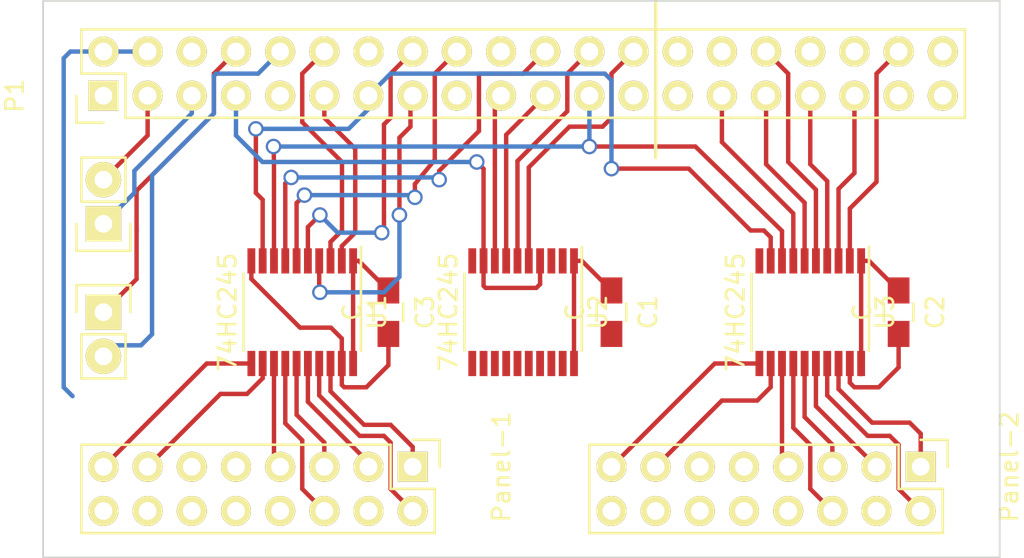
<source format=kicad_pcb>
(kicad_pcb (version 4) (host pcbnew "(2014-jul-16 BZR unknown)-product")

  (general
    (links 82)
    (no_connects 30)
    (area 69.207667 70.949999 133.079477 103.050001)
    (thickness 1.6)
    (drawings 5)
    (tracks 246)
    (zones 0)
    (modules 11)
    (nets 61)
  )

  (page A4)
  (layers
    (0 F.Cu signal)
    (31 B.Cu signal)
    (32 B.Adhes user)
    (33 F.Adhes user)
    (34 B.Paste user)
    (35 F.Paste user)
    (36 B.SilkS user)
    (37 F.SilkS user)
    (38 B.Mask user)
    (39 F.Mask user)
    (40 Dwgs.User user)
    (41 Cmts.User user)
    (42 Eco1.User user)
    (43 Eco2.User user)
    (44 Edge.Cuts user)
    (45 Margin user)
    (46 B.CrtYd user)
    (47 F.CrtYd user)
    (48 B.Fab user)
    (49 F.Fab user)
  )

  (setup
    (last_trace_width 0.254)
    (trace_clearance 0.254)
    (zone_clearance 0.508)
    (zone_45_only no)
    (trace_min 0.254)
    (segment_width 0.2)
    (edge_width 0.1)
    (via_size 0.889)
    (via_drill 0.635)
    (via_min_size 0.889)
    (via_min_drill 0.508)
    (uvia_size 0.508)
    (uvia_drill 0.127)
    (uvias_allowed no)
    (uvia_min_size 0.508)
    (uvia_min_drill 0.127)
    (pcb_text_width 0.3)
    (pcb_text_size 1.5 1.5)
    (mod_edge_width 0.15)
    (mod_text_size 1 1)
    (mod_text_width 0.15)
    (pad_size 1.5 1.5)
    (pad_drill 0.6)
    (pad_to_mask_clearance 0)
    (aux_axis_origin 0 0)
    (visible_elements FFFFFF7F)
    (pcbplotparams
      (layerselection 0x00030_80000001)
      (usegerberextensions false)
      (excludeedgelayer true)
      (linewidth 0.100000)
      (plotframeref false)
      (viasonmask false)
      (mode 1)
      (useauxorigin false)
      (hpglpennumber 1)
      (hpglpenspeed 20)
      (hpglpendiameter 15)
      (hpglpenoverlay 2)
      (psnegative false)
      (psa4output false)
      (plotreference true)
      (plotvalue true)
      (plotinvisibletext false)
      (padsonsilk false)
      (subtractmaskfromsilk false)
      (outputformat 1)
      (mirror false)
      (drillshape 1)
      (scaleselection 1)
      (outputdirectory ""))
  )

  (net 0 "")
  (net 1 "Net-(P1-Pad1)")
  (net 2 "Net-(P1-Pad3)")
  (net 3 "Net-(P1-Pad5)")
  (net 4 GND)
  (net 5 strobe)
  (net 6 "Net-(P1-Pad8)")
  (net 7 "Net-(P1-Pad9)")
  (net 8 "Net-(P1-Pad10)")
  (net 9 p0_r1)
  (net 10 p0_g1)
  (net 11 OE)
  (net 12 p0_b1)
  (net 13 p0_r2)
  (net 14 "Net-(P1-Pad17)")
  (net 15 p0_g2)
  (net 16 row_D)
  (net 17 row_C)
  (net 18 p0_b2)
  (net 19 clock)
  (net 20 row_B)
  (net 21 row_A)
  (net 22 "Net-(P1-Pad27)")
  (net 23 "Net-(P1-Pad28)")
  (net 24 p1_r1)
  (net 25 "Net-(P1-Pad30)")
  (net 26 p1_g1)
  (net 27 p1_b1)
  (net 28 p1_r2)
  (net 29 p1_g2)
  (net 30 "Net-(P1-Pad36)")
  (net 31 "Net-(P1-Pad37)")
  (net 32 p1_b2)
  (net 33 "Net-(P1-Pad40)")
  (net 34 VCC)
  (net 35 "Net-(U2-Pad2)")
  (net 36 "Net-(U2-Pad3)")
  (net 37 "Net-(U2-Pad17)")
  (net 38 "Net-(U2-Pad18)")
  (net 39 "Net-(Panel-1-Pad13)")
  (net 40 "Net-(Panel-1-Pad15)")
  (net 41 "Net-(Panel-2-Pad1)")
  (net 42 p1_g1_buff)
  (net 43 "Net-(Panel-2-Pad3)")
  (net 44 "Net-(Panel-2-Pad5)")
  (net 45 p1_g2_buf)
  (net 46 "Net-(Panel-2-Pad7)")
  (net 47 "Net-(Panel-2-Pad13)")
  (net 48 "Net-(Panel-2-Pad15)")
  (net 49 "Net-(Panel-1-Pad1)")
  (net 50 p0_g1_buff)
  (net 51 "Net-(Panel-1-Pad3)")
  (net 52 "Net-(Panel-1-Pad5)")
  (net 53 p0_g2_buff)
  (net 54 "Net-(Panel-1-Pad7)")
  (net 55 "Net-(Panel-1-Pad9)")
  (net 56 row_B_buff)
  (net 57 "Net-(Panel-1-Pad11)")
  (net 58 row_D_buff)
  (net 59 "Net-(Panel-1-Pad14)")
  (net 60 "Net-(Panel-2-Pad14)")

  (net_class Default "This is the default net class."
    (clearance 0.254)
    (trace_width 0.254)
    (via_dia 0.889)
    (via_drill 0.635)
    (uvia_dia 0.508)
    (uvia_drill 0.127)
    (add_net GND)
    (add_net "Net-(P1-Pad1)")
    (add_net "Net-(P1-Pad10)")
    (add_net "Net-(P1-Pad17)")
    (add_net "Net-(P1-Pad27)")
    (add_net "Net-(P1-Pad28)")
    (add_net "Net-(P1-Pad3)")
    (add_net "Net-(P1-Pad30)")
    (add_net "Net-(P1-Pad36)")
    (add_net "Net-(P1-Pad37)")
    (add_net "Net-(P1-Pad40)")
    (add_net "Net-(P1-Pad5)")
    (add_net "Net-(P1-Pad8)")
    (add_net "Net-(P1-Pad9)")
    (add_net "Net-(Panel-1-Pad1)")
    (add_net "Net-(Panel-1-Pad11)")
    (add_net "Net-(Panel-1-Pad13)")
    (add_net "Net-(Panel-1-Pad14)")
    (add_net "Net-(Panel-1-Pad15)")
    (add_net "Net-(Panel-1-Pad3)")
    (add_net "Net-(Panel-1-Pad5)")
    (add_net "Net-(Panel-1-Pad7)")
    (add_net "Net-(Panel-1-Pad9)")
    (add_net "Net-(Panel-2-Pad1)")
    (add_net "Net-(Panel-2-Pad13)")
    (add_net "Net-(Panel-2-Pad14)")
    (add_net "Net-(Panel-2-Pad15)")
    (add_net "Net-(Panel-2-Pad3)")
    (add_net "Net-(Panel-2-Pad5)")
    (add_net "Net-(Panel-2-Pad7)")
    (add_net "Net-(U2-Pad17)")
    (add_net "Net-(U2-Pad18)")
    (add_net "Net-(U2-Pad2)")
    (add_net "Net-(U2-Pad3)")
    (add_net OE)
    (add_net VCC)
    (add_net clock)
    (add_net p0_b1)
    (add_net p0_b2)
    (add_net p0_g1)
    (add_net p0_g1_buff)
    (add_net p0_g2)
    (add_net p0_g2_buff)
    (add_net p0_r1)
    (add_net p0_r2)
    (add_net p1_b1)
    (add_net p1_b2)
    (add_net p1_g1)
    (add_net p1_g1_buff)
    (add_net p1_g2)
    (add_net p1_g2_buf)
    (add_net p1_r1)
    (add_net p1_r2)
    (add_net row_A)
    (add_net row_B)
    (add_net row_B_buff)
    (add_net row_C)
    (add_net row_D)
    (add_net row_D_buff)
    (add_net strobe)
  )

  (net_class thin ""
    (clearance 0.254)
    (trace_width 0.254)
    (via_dia 0.889)
    (via_drill 0.635)
    (uvia_dia 0.508)
    (uvia_drill 0.127)
  )

  (module Housings_SSOP:TSSOP-20_4.4x6.5mm_Pitch0.65mm (layer F.Cu) (tedit 54130A77) (tstamp 54EFD3D8)
    (at 88.9 88.9 270)
    (descr "20-Lead Plastic Thin Shrink Small Outline (ST)-4.4 mm Body [TSSOP] (see Microchip Packaging Specification 00000049BS.pdf)")
    (tags "SSOP 0.65")
    (path /54ECAC85)
    (attr smd)
    (fp_text reference U1 (at 0 -4.3 270) (layer F.SilkS)
      (effects (font (size 1 1) (thickness 0.15)))
    )
    (fp_text value 74HC245 (at 0 4.3 270) (layer F.SilkS)
      (effects (font (size 1 1) (thickness 0.15)))
    )
    (fp_line (start -3.95 -3.55) (end -3.95 3.55) (layer F.CrtYd) (width 0.05))
    (fp_line (start 3.95 -3.55) (end 3.95 3.55) (layer F.CrtYd) (width 0.05))
    (fp_line (start -3.95 -3.55) (end 3.95 -3.55) (layer F.CrtYd) (width 0.05))
    (fp_line (start -3.95 3.55) (end 3.95 3.55) (layer F.CrtYd) (width 0.05))
    (fp_line (start -2.225 3.375) (end 2.225 3.375) (layer F.SilkS) (width 0.15))
    (fp_line (start -3.75 -3.375) (end 2.225 -3.375) (layer F.SilkS) (width 0.15))
    (pad 1 smd rect (at -2.95 -2.925 270) (size 1.45 0.45) (layers F.Cu F.Paste F.Mask)
      (net 34 VCC))
    (pad 2 smd rect (at -2.95 -2.275 270) (size 1.45 0.45) (layers F.Cu F.Paste F.Mask)
      (net 9 p0_r1))
    (pad 3 smd rect (at -2.95 -1.625 270) (size 1.45 0.45) (layers F.Cu F.Paste F.Mask)
      (net 10 p0_g1))
    (pad 4 smd rect (at -2.95 -0.975 270) (size 1.45 0.45) (layers F.Cu F.Paste F.Mask)
      (net 12 p0_b1))
    (pad 5 smd rect (at -2.95 -0.325 270) (size 1.45 0.45) (layers F.Cu F.Paste F.Mask)
      (net 13 p0_r2))
    (pad 6 smd rect (at -2.95 0.325 270) (size 1.45 0.45) (layers F.Cu F.Paste F.Mask)
      (net 15 p0_g2))
    (pad 7 smd rect (at -2.95 0.975 270) (size 1.45 0.45) (layers F.Cu F.Paste F.Mask)
      (net 18 p0_b2))
    (pad 8 smd rect (at -2.95 1.625 270) (size 1.45 0.45) (layers F.Cu F.Paste F.Mask)
      (net 19 clock))
    (pad 9 smd rect (at -2.95 2.275 270) (size 1.45 0.45) (layers F.Cu F.Paste F.Mask)
      (net 11 OE))
    (pad 10 smd rect (at -2.95 2.925 270) (size 1.45 0.45) (layers F.Cu F.Paste F.Mask)
      (net 4 GND))
    (pad 11 smd rect (at 2.95 2.925 270) (size 1.45 0.45) (layers F.Cu F.Paste F.Mask)
      (net 40 "Net-(Panel-1-Pad15)"))
    (pad 12 smd rect (at 2.95 2.275 270) (size 1.45 0.45) (layers F.Cu F.Paste F.Mask)
      (net 39 "Net-(Panel-1-Pad13)"))
    (pad 13 smd rect (at 2.95 1.625 270) (size 1.45 0.45) (layers F.Cu F.Paste F.Mask)
      (net 54 "Net-(Panel-1-Pad7)"))
    (pad 14 smd rect (at 2.95 0.975 270) (size 1.45 0.45) (layers F.Cu F.Paste F.Mask)
      (net 53 p0_g2_buff))
    (pad 15 smd rect (at 2.95 0.325 270) (size 1.45 0.45) (layers F.Cu F.Paste F.Mask)
      (net 52 "Net-(Panel-1-Pad5)"))
    (pad 16 smd rect (at 2.95 -0.325 270) (size 1.45 0.45) (layers F.Cu F.Paste F.Mask)
      (net 51 "Net-(Panel-1-Pad3)"))
    (pad 17 smd rect (at 2.95 -0.975 270) (size 1.45 0.45) (layers F.Cu F.Paste F.Mask)
      (net 50 p0_g1_buff))
    (pad 18 smd rect (at 2.95 -1.625 270) (size 1.45 0.45) (layers F.Cu F.Paste F.Mask)
      (net 49 "Net-(Panel-1-Pad1)"))
    (pad 19 smd rect (at 2.95 -2.275 270) (size 1.45 0.45) (layers F.Cu F.Paste F.Mask)
      (net 4 GND))
    (pad 20 smd rect (at 2.95 -2.925 270) (size 1.45 0.45) (layers F.Cu F.Paste F.Mask)
      (net 34 VCC))
    (model Housings_SSOP/TSSOP-20_4.4x6.5mm_Pitch0.65mm.wrl
      (at (xyz 0 0 0))
      (scale (xyz 1 1 1))
      (rotate (xyz 0 0 0))
    )
  )

  (module Housings_SSOP:TSSOP-20_4.4x6.5mm_Pitch0.65mm (layer F.Cu) (tedit 54130A77) (tstamp 54ECBACE)
    (at 101.6 88.9 270)
    (descr "20-Lead Plastic Thin Shrink Small Outline (ST)-4.4 mm Body [TSSOP] (see Microchip Packaging Specification 00000049BS.pdf)")
    (tags "SSOP 0.65")
    (path /54ECB18C)
    (attr smd)
    (fp_text reference U2 (at 0 -4.3 270) (layer F.SilkS)
      (effects (font (size 1 1) (thickness 0.15)))
    )
    (fp_text value 74HC245 (at 0 4.3 270) (layer F.SilkS)
      (effects (font (size 1 1) (thickness 0.15)))
    )
    (fp_line (start -3.95 -3.55) (end -3.95 3.55) (layer F.CrtYd) (width 0.05))
    (fp_line (start 3.95 -3.55) (end 3.95 3.55) (layer F.CrtYd) (width 0.05))
    (fp_line (start -3.95 -3.55) (end 3.95 -3.55) (layer F.CrtYd) (width 0.05))
    (fp_line (start -3.95 3.55) (end 3.95 3.55) (layer F.CrtYd) (width 0.05))
    (fp_line (start -2.225 3.375) (end 2.225 3.375) (layer F.SilkS) (width 0.15))
    (fp_line (start -3.75 -3.375) (end 2.225 -3.375) (layer F.SilkS) (width 0.15))
    (pad 1 smd rect (at -2.95 -2.925 270) (size 1.45 0.45) (layers F.Cu F.Paste F.Mask)
      (net 34 VCC))
    (pad 2 smd rect (at -2.95 -2.275 270) (size 1.45 0.45) (layers F.Cu F.Paste F.Mask)
      (net 35 "Net-(U2-Pad2)"))
    (pad 3 smd rect (at -2.95 -1.625 270) (size 1.45 0.45) (layers F.Cu F.Paste F.Mask)
      (net 36 "Net-(U2-Pad3)"))
    (pad 4 smd rect (at -2.95 -0.975 270) (size 1.45 0.45) (layers F.Cu F.Paste F.Mask)
      (net 5 strobe))
    (pad 5 smd rect (at -2.95 -0.325 270) (size 1.45 0.45) (layers F.Cu F.Paste F.Mask)
      (net 21 row_A))
    (pad 6 smd rect (at -2.95 0.325 270) (size 1.45 0.45) (layers F.Cu F.Paste F.Mask)
      (net 20 row_B))
    (pad 7 smd rect (at -2.95 0.975 270) (size 1.45 0.45) (layers F.Cu F.Paste F.Mask)
      (net 17 row_C))
    (pad 8 smd rect (at -2.95 1.625 270) (size 1.45 0.45) (layers F.Cu F.Paste F.Mask)
      (net 16 row_D))
    (pad 9 smd rect (at -2.95 2.275 270) (size 1.45 0.45) (layers F.Cu F.Paste F.Mask)
      (net 5 strobe))
    (pad 10 smd rect (at -2.95 2.925 270) (size 1.45 0.45) (layers F.Cu F.Paste F.Mask)
      (net 4 GND))
    (pad 11 smd rect (at 2.95 2.925 270) (size 1.45 0.45) (layers F.Cu F.Paste F.Mask)
      (net 59 "Net-(Panel-1-Pad14)"))
    (pad 12 smd rect (at 2.95 2.275 270) (size 1.45 0.45) (layers F.Cu F.Paste F.Mask)
      (net 58 row_D_buff))
    (pad 13 smd rect (at 2.95 1.625 270) (size 1.45 0.45) (layers F.Cu F.Paste F.Mask)
      (net 57 "Net-(Panel-1-Pad11)"))
    (pad 14 smd rect (at 2.95 0.975 270) (size 1.45 0.45) (layers F.Cu F.Paste F.Mask)
      (net 56 row_B_buff))
    (pad 15 smd rect (at 2.95 0.325 270) (size 1.45 0.45) (layers F.Cu F.Paste F.Mask)
      (net 55 "Net-(Panel-1-Pad9)"))
    (pad 16 smd rect (at 2.95 -0.325 270) (size 1.45 0.45) (layers F.Cu F.Paste F.Mask)
      (net 60 "Net-(Panel-2-Pad14)"))
    (pad 17 smd rect (at 2.95 -0.975 270) (size 1.45 0.45) (layers F.Cu F.Paste F.Mask)
      (net 37 "Net-(U2-Pad17)"))
    (pad 18 smd rect (at 2.95 -1.625 270) (size 1.45 0.45) (layers F.Cu F.Paste F.Mask)
      (net 38 "Net-(U2-Pad18)"))
    (pad 19 smd rect (at 2.95 -2.275 270) (size 1.45 0.45) (layers F.Cu F.Paste F.Mask)
      (net 4 GND))
    (pad 20 smd rect (at 2.95 -2.925 270) (size 1.45 0.45) (layers F.Cu F.Paste F.Mask)
      (net 34 VCC))
    (model Housings_SSOP/TSSOP-20_4.4x6.5mm_Pitch0.65mm.wrl
      (at (xyz 0 0 0))
      (scale (xyz 1 1 1))
      (rotate (xyz 0 0 0))
    )
  )

  (module Housings_SSOP:TSSOP-20_4.4x6.5mm_Pitch0.65mm (layer F.Cu) (tedit 54130A77) (tstamp 54ECBAE6)
    (at 118.11 88.9 270)
    (descr "20-Lead Plastic Thin Shrink Small Outline (ST)-4.4 mm Body [TSSOP] (see Microchip Packaging Specification 00000049BS.pdf)")
    (tags "SSOP 0.65")
    (path /54ECB1EA)
    (attr smd)
    (fp_text reference U3 (at 0 -4.3 270) (layer F.SilkS)
      (effects (font (size 1 1) (thickness 0.15)))
    )
    (fp_text value 74HC245 (at 0 4.3 270) (layer F.SilkS)
      (effects (font (size 1 1) (thickness 0.15)))
    )
    (fp_line (start -3.95 -3.55) (end -3.95 3.55) (layer F.CrtYd) (width 0.05))
    (fp_line (start 3.95 -3.55) (end 3.95 3.55) (layer F.CrtYd) (width 0.05))
    (fp_line (start -3.95 -3.55) (end 3.95 -3.55) (layer F.CrtYd) (width 0.05))
    (fp_line (start -3.95 3.55) (end 3.95 3.55) (layer F.CrtYd) (width 0.05))
    (fp_line (start -2.225 3.375) (end 2.225 3.375) (layer F.SilkS) (width 0.15))
    (fp_line (start -3.75 -3.375) (end 2.225 -3.375) (layer F.SilkS) (width 0.15))
    (pad 1 smd rect (at -2.95 -2.925 270) (size 1.45 0.45) (layers F.Cu F.Paste F.Mask)
      (net 34 VCC))
    (pad 2 smd rect (at -2.95 -2.275 270) (size 1.45 0.45) (layers F.Cu F.Paste F.Mask)
      (net 24 p1_r1))
    (pad 3 smd rect (at -2.95 -1.625 270) (size 1.45 0.45) (layers F.Cu F.Paste F.Mask)
      (net 26 p1_g1))
    (pad 4 smd rect (at -2.95 -0.975 270) (size 1.45 0.45) (layers F.Cu F.Paste F.Mask)
      (net 27 p1_b1))
    (pad 5 smd rect (at -2.95 -0.325 270) (size 1.45 0.45) (layers F.Cu F.Paste F.Mask)
      (net 28 p1_r2))
    (pad 6 smd rect (at -2.95 0.325 270) (size 1.45 0.45) (layers F.Cu F.Paste F.Mask)
      (net 29 p1_g2))
    (pad 7 smd rect (at -2.95 0.975 270) (size 1.45 0.45) (layers F.Cu F.Paste F.Mask)
      (net 32 p1_b2))
    (pad 8 smd rect (at -2.95 1.625 270) (size 1.45 0.45) (layers F.Cu F.Paste F.Mask)
      (net 19 clock))
    (pad 9 smd rect (at -2.95 2.275 270) (size 1.45 0.45) (layers F.Cu F.Paste F.Mask)
      (net 11 OE))
    (pad 10 smd rect (at -2.95 2.925 270) (size 1.45 0.45) (layers F.Cu F.Paste F.Mask)
      (net 4 GND))
    (pad 11 smd rect (at 2.95 2.925 270) (size 1.45 0.45) (layers F.Cu F.Paste F.Mask)
      (net 48 "Net-(Panel-2-Pad15)"))
    (pad 12 smd rect (at 2.95 2.275 270) (size 1.45 0.45) (layers F.Cu F.Paste F.Mask)
      (net 47 "Net-(Panel-2-Pad13)"))
    (pad 13 smd rect (at 2.95 1.625 270) (size 1.45 0.45) (layers F.Cu F.Paste F.Mask)
      (net 46 "Net-(Panel-2-Pad7)"))
    (pad 14 smd rect (at 2.95 0.975 270) (size 1.45 0.45) (layers F.Cu F.Paste F.Mask)
      (net 45 p1_g2_buf))
    (pad 15 smd rect (at 2.95 0.325 270) (size 1.45 0.45) (layers F.Cu F.Paste F.Mask)
      (net 44 "Net-(Panel-2-Pad5)"))
    (pad 16 smd rect (at 2.95 -0.325 270) (size 1.45 0.45) (layers F.Cu F.Paste F.Mask)
      (net 43 "Net-(Panel-2-Pad3)"))
    (pad 17 smd rect (at 2.95 -0.975 270) (size 1.45 0.45) (layers F.Cu F.Paste F.Mask)
      (net 42 p1_g1_buff))
    (pad 18 smd rect (at 2.95 -1.625 270) (size 1.45 0.45) (layers F.Cu F.Paste F.Mask)
      (net 41 "Net-(Panel-2-Pad1)"))
    (pad 19 smd rect (at 2.95 -2.275 270) (size 1.45 0.45) (layers F.Cu F.Paste F.Mask)
      (net 4 GND))
    (pad 20 smd rect (at 2.95 -2.925 270) (size 1.45 0.45) (layers F.Cu F.Paste F.Mask)
      (net 34 VCC))
    (model Housings_SSOP/TSSOP-20_4.4x6.5mm_Pitch0.65mm.wrl
      (at (xyz 0 0 0))
      (scale (xyz 1 1 1))
      (rotate (xyz 0 0 0))
    )
  )

  (module Pin_Headers:Pin_Header_Straight_2x20 (layer F.Cu) (tedit 54ECBDEB) (tstamp 54ED5335)
    (at 77.47 76.454 90)
    (descr "Through hole pin header")
    (tags "pin header")
    (path /54ECB2B7)
    (fp_text reference P1 (at 0 -5.1 90) (layer F.SilkS)
      (effects (font (size 1 1) (thickness 0.15)))
    )
    (fp_text value CONN_02X20 (at 0 -3.1 90) (layer F.SilkS) hide
      (effects (font (size 1 1) (thickness 0.15)))
    )
    (fp_line (start -1.75 -1.75) (end -1.75 50.05) (layer F.CrtYd) (width 0.05))
    (fp_line (start 4.3 -1.75) (end 4.3 50.05) (layer F.CrtYd) (width 0.05))
    (fp_line (start -1.75 -1.75) (end 4.3 -1.75) (layer F.CrtYd) (width 0.05))
    (fp_line (start -1.75 50.05) (end 4.3 50.05) (layer F.CrtYd) (width 0.05))
    (fp_line (start 3.81 49.53) (end 3.81 -1.27) (layer F.SilkS) (width 0.15))
    (fp_line (start -1.27 1.27) (end -1.27 49.53) (layer F.SilkS) (width 0.15))
    (fp_line (start 3.81 49.53) (end -1.27 49.53) (layer F.SilkS) (width 0.15))
    (fp_line (start 3.81 -1.27) (end 1.27 -1.27) (layer F.SilkS) (width 0.15))
    (fp_line (start 0 -1.55) (end -1.55 -1.55) (layer F.SilkS) (width 0.15))
    (fp_line (start 1.27 -1.27) (end 1.27 1.27) (layer F.SilkS) (width 0.15))
    (fp_line (start 1.27 1.27) (end -1.27 1.27) (layer F.SilkS) (width 0.15))
    (fp_line (start -1.55 -1.55) (end -1.55 0) (layer F.SilkS) (width 0.15))
    (pad 1 thru_hole rect (at 0 0 90) (size 1.7272 1.7272) (drill 1.016) (layers *.Cu *.Mask F.SilkS)
      (net 1 "Net-(P1-Pad1)"))
    (pad 2 thru_hole oval (at 2.54 0 90) (size 1.7272 1.7272) (drill 1.016) (layers *.Cu *.Mask F.SilkS)
      (net 34 VCC))
    (pad 3 thru_hole oval (at 0 2.54 90) (size 1.7272 1.7272) (drill 1.016) (layers *.Cu *.Mask F.SilkS)
      (net 2 "Net-(P1-Pad3)"))
    (pad 4 thru_hole oval (at 2.54 2.54 90) (size 1.7272 1.7272) (drill 1.016) (layers *.Cu *.Mask F.SilkS)
      (net 34 VCC))
    (pad 5 thru_hole oval (at 0 5.08 90) (size 1.7272 1.7272) (drill 1.016) (layers *.Cu *.Mask F.SilkS)
      (net 3 "Net-(P1-Pad5)"))
    (pad 6 thru_hole oval (at 2.54 5.08 90) (size 1.7272 1.7272) (drill 1.016) (layers *.Cu *.Mask F.SilkS)
      (net 4 GND))
    (pad 7 thru_hole oval (at 0 7.62 90) (size 1.7272 1.7272) (drill 1.016) (layers *.Cu *.Mask F.SilkS)
      (net 5 strobe))
    (pad 8 thru_hole oval (at 2.54 7.62 90) (size 1.7272 1.7272) (drill 1.016) (layers *.Cu *.Mask F.SilkS)
      (net 6 "Net-(P1-Pad8)"))
    (pad 9 thru_hole oval (at 0 10.16 90) (size 1.7272 1.7272) (drill 1.016) (layers *.Cu *.Mask F.SilkS)
      (net 7 "Net-(P1-Pad9)"))
    (pad 10 thru_hole oval (at 2.54 10.16 90) (size 1.7272 1.7272) (drill 1.016) (layers *.Cu *.Mask F.SilkS)
      (net 8 "Net-(P1-Pad10)"))
    (pad 11 thru_hole oval (at 0 12.7 90) (size 1.7272 1.7272) (drill 1.016) (layers *.Cu *.Mask F.SilkS)
      (net 9 p0_r1))
    (pad 12 thru_hole oval (at 2.54 12.7 90) (size 1.7272 1.7272) (drill 1.016) (layers *.Cu *.Mask F.SilkS)
      (net 10 p0_g1))
    (pad 13 thru_hole oval (at 0 15.24 90) (size 1.7272 1.7272) (drill 1.016) (layers *.Cu *.Mask F.SilkS)
      (net 11 OE))
    (pad 14 thru_hole oval (at 2.54 15.24 90) (size 1.7272 1.7272) (drill 1.016) (layers *.Cu *.Mask F.SilkS)
      (net 4 GND))
    (pad 15 thru_hole oval (at 0 17.78 90) (size 1.7272 1.7272) (drill 1.016) (layers *.Cu *.Mask F.SilkS)
      (net 12 p0_b1))
    (pad 16 thru_hole oval (at 2.54 17.78 90) (size 1.7272 1.7272) (drill 1.016) (layers *.Cu *.Mask F.SilkS)
      (net 13 p0_r2))
    (pad 17 thru_hole oval (at 0 20.32 90) (size 1.7272 1.7272) (drill 1.016) (layers *.Cu *.Mask F.SilkS)
      (net 14 "Net-(P1-Pad17)"))
    (pad 18 thru_hole oval (at 2.54 20.32 90) (size 1.7272 1.7272) (drill 1.016) (layers *.Cu *.Mask F.SilkS)
      (net 15 p0_g2))
    (pad 19 thru_hole oval (at 0 22.86 90) (size 1.7272 1.7272) (drill 1.016) (layers *.Cu *.Mask F.SilkS)
      (net 16 row_D))
    (pad 20 thru_hole oval (at 2.54 22.86 90) (size 1.7272 1.7272) (drill 1.016) (layers *.Cu *.Mask F.SilkS)
      (net 4 GND))
    (pad 21 thru_hole oval (at 0 25.4 90) (size 1.7272 1.7272) (drill 1.016) (layers *.Cu *.Mask F.SilkS)
      (net 17 row_C))
    (pad 22 thru_hole oval (at 2.54 25.4 90) (size 1.7272 1.7272) (drill 1.016) (layers *.Cu *.Mask F.SilkS)
      (net 18 p0_b2))
    (pad 23 thru_hole oval (at 0 27.94 90) (size 1.7272 1.7272) (drill 1.016) (layers *.Cu *.Mask F.SilkS)
      (net 19 clock))
    (pad 24 thru_hole oval (at 2.54 27.94 90) (size 1.7272 1.7272) (drill 1.016) (layers *.Cu *.Mask F.SilkS)
      (net 20 row_B))
    (pad 25 thru_hole oval (at 0 30.48 90) (size 1.7272 1.7272) (drill 1.016) (layers *.Cu *.Mask F.SilkS)
      (net 4 GND))
    (pad 26 thru_hole oval (at 2.54 30.48 90) (size 1.7272 1.7272) (drill 1.016) (layers *.Cu *.Mask F.SilkS)
      (net 21 row_A))
    (pad 27 thru_hole oval (at 0 33.02 90) (size 1.7272 1.7272) (drill 1.016) (layers *.Cu *.Mask F.SilkS)
      (net 22 "Net-(P1-Pad27)"))
    (pad 28 thru_hole oval (at 2.54 33.02 90) (size 1.7272 1.7272) (drill 1.016) (layers *.Cu *.Mask F.SilkS)
      (net 23 "Net-(P1-Pad28)"))
    (pad 29 thru_hole oval (at 0 35.56 90) (size 1.7272 1.7272) (drill 1.016) (layers *.Cu *.Mask F.SilkS)
      (net 32 p1_b2))
    (pad 30 thru_hole oval (at 2.54 35.56 90) (size 1.7272 1.7272) (drill 1.016) (layers *.Cu *.Mask F.SilkS)
      (net 25 "Net-(P1-Pad30)"))
    (pad 31 thru_hole oval (at 0 38.1 90) (size 1.7272 1.7272) (drill 1.016) (layers *.Cu *.Mask F.SilkS)
      (net 29 p1_g2))
    (pad 32 thru_hole oval (at 2.54 38.1 90) (size 1.7272 1.7272) (drill 1.016) (layers *.Cu *.Mask F.SilkS)
      (net 28 p1_r2))
    (pad 33 thru_hole oval (at 0 40.64 90) (size 1.7272 1.7272) (drill 1.016) (layers *.Cu *.Mask F.SilkS)
      (net 27 p1_b1))
    (pad 34 thru_hole oval (at 2.54 40.64 90) (size 1.7272 1.7272) (drill 1.016) (layers *.Cu *.Mask F.SilkS)
      (net 4 GND))
    (pad 35 thru_hole oval (at 0 43.18 90) (size 1.7272 1.7272) (drill 1.016) (layers *.Cu *.Mask F.SilkS)
      (net 26 p1_g1))
    (pad 36 thru_hole oval (at 2.54 43.18 90) (size 1.7272 1.7272) (drill 1.016) (layers *.Cu *.Mask F.SilkS)
      (net 30 "Net-(P1-Pad36)"))
    (pad 37 thru_hole oval (at 0 45.72 90) (size 1.7272 1.7272) (drill 1.016) (layers *.Cu *.Mask F.SilkS)
      (net 31 "Net-(P1-Pad37)"))
    (pad 38 thru_hole oval (at 2.54 45.72 90) (size 1.7272 1.7272) (drill 1.016) (layers *.Cu *.Mask F.SilkS)
      (net 24 p1_r1))
    (pad 39 thru_hole oval (at 0 48.26 90) (size 1.7272 1.7272) (drill 1.016) (layers *.Cu *.Mask F.SilkS)
      (net 4 GND))
    (pad 40 thru_hole oval (at 2.54 48.26 90) (size 1.7272 1.7272) (drill 1.016) (layers *.Cu *.Mask F.SilkS)
      (net 33 "Net-(P1-Pad40)"))
    (model Pin_Headers/Pin_Header_Straight_2x20.wrl
      (at (xyz 0.05 -0.95 0))
      (scale (xyz 1 1 1))
      (rotate (xyz 0 0 90))
    )
  )

  (module Pin_Headers:Pin_Header_Straight_2x08 (layer F.Cu) (tedit 54ECBDEB) (tstamp 54ECBEF4)
    (at 95.25 97.79 270)
    (descr "Through hole pin header")
    (tags "pin header")
    (path /54ECB236)
    (fp_text reference Panel-1 (at 0 -5.1 270) (layer F.SilkS)
      (effects (font (size 1 1) (thickness 0.15)))
    )
    (fp_text value CONN_02X08 (at 0 -3.1 270) (layer F.SilkS) hide
      (effects (font (size 1 1) (thickness 0.15)))
    )
    (fp_line (start -1.75 -1.75) (end -1.75 19.55) (layer F.CrtYd) (width 0.05))
    (fp_line (start 4.3 -1.75) (end 4.3 19.55) (layer F.CrtYd) (width 0.05))
    (fp_line (start -1.75 -1.75) (end 4.3 -1.75) (layer F.CrtYd) (width 0.05))
    (fp_line (start -1.75 19.55) (end 4.3 19.55) (layer F.CrtYd) (width 0.05))
    (fp_line (start 3.81 19.05) (end 3.81 -1.27) (layer F.SilkS) (width 0.15))
    (fp_line (start -1.27 1.27) (end -1.27 19.05) (layer F.SilkS) (width 0.15))
    (fp_line (start 3.81 19.05) (end -1.27 19.05) (layer F.SilkS) (width 0.15))
    (fp_line (start 3.81 -1.27) (end 1.27 -1.27) (layer F.SilkS) (width 0.15))
    (fp_line (start 0 -1.55) (end -1.55 -1.55) (layer F.SilkS) (width 0.15))
    (fp_line (start 1.27 -1.27) (end 1.27 1.27) (layer F.SilkS) (width 0.15))
    (fp_line (start 1.27 1.27) (end -1.27 1.27) (layer F.SilkS) (width 0.15))
    (fp_line (start -1.55 -1.55) (end -1.55 0) (layer F.SilkS) (width 0.15))
    (pad 1 thru_hole rect (at 0 0 270) (size 1.7272 1.7272) (drill 1.016) (layers *.Cu *.Mask F.SilkS)
      (net 49 "Net-(Panel-1-Pad1)"))
    (pad 2 thru_hole oval (at 2.54 0 270) (size 1.7272 1.7272) (drill 1.016) (layers *.Cu *.Mask F.SilkS)
      (net 50 p0_g1_buff))
    (pad 3 thru_hole oval (at 0 2.54 270) (size 1.7272 1.7272) (drill 1.016) (layers *.Cu *.Mask F.SilkS)
      (net 51 "Net-(Panel-1-Pad3)"))
    (pad 4 thru_hole oval (at 2.54 2.54 270) (size 1.7272 1.7272) (drill 1.016) (layers *.Cu *.Mask F.SilkS)
      (net 4 GND))
    (pad 5 thru_hole oval (at 0 5.08 270) (size 1.7272 1.7272) (drill 1.016) (layers *.Cu *.Mask F.SilkS)
      (net 52 "Net-(Panel-1-Pad5)"))
    (pad 6 thru_hole oval (at 2.54 5.08 270) (size 1.7272 1.7272) (drill 1.016) (layers *.Cu *.Mask F.SilkS)
      (net 53 p0_g2_buff))
    (pad 7 thru_hole oval (at 0 7.62 270) (size 1.7272 1.7272) (drill 1.016) (layers *.Cu *.Mask F.SilkS)
      (net 54 "Net-(Panel-1-Pad7)"))
    (pad 8 thru_hole oval (at 2.54 7.62 270) (size 1.7272 1.7272) (drill 1.016) (layers *.Cu *.Mask F.SilkS)
      (net 4 GND))
    (pad 9 thru_hole oval (at 0 10.16 270) (size 1.7272 1.7272) (drill 1.016) (layers *.Cu *.Mask F.SilkS)
      (net 55 "Net-(Panel-1-Pad9)"))
    (pad 10 thru_hole oval (at 2.54 10.16 270) (size 1.7272 1.7272) (drill 1.016) (layers *.Cu *.Mask F.SilkS)
      (net 56 row_B_buff))
    (pad 11 thru_hole oval (at 0 12.7 270) (size 1.7272 1.7272) (drill 1.016) (layers *.Cu *.Mask F.SilkS)
      (net 57 "Net-(Panel-1-Pad11)"))
    (pad 12 thru_hole oval (at 2.54 12.7 270) (size 1.7272 1.7272) (drill 1.016) (layers *.Cu *.Mask F.SilkS)
      (net 58 row_D_buff))
    (pad 13 thru_hole oval (at 0 15.24 270) (size 1.7272 1.7272) (drill 1.016) (layers *.Cu *.Mask F.SilkS)
      (net 39 "Net-(Panel-1-Pad13)"))
    (pad 14 thru_hole oval (at 2.54 15.24 270) (size 1.7272 1.7272) (drill 1.016) (layers *.Cu *.Mask F.SilkS)
      (net 59 "Net-(Panel-1-Pad14)"))
    (pad 15 thru_hole oval (at 0 17.78 270) (size 1.7272 1.7272) (drill 1.016) (layers *.Cu *.Mask F.SilkS)
      (net 40 "Net-(Panel-1-Pad15)"))
    (pad 16 thru_hole oval (at 2.54 17.78 270) (size 1.7272 1.7272) (drill 1.016) (layers *.Cu *.Mask F.SilkS)
      (net 4 GND))
    (model Pin_Headers/Pin_Header_Straight_2x08.wrl
      (at (xyz 0.05 -0.35 0))
      (scale (xyz 1 1 1))
      (rotate (xyz 0 0 90))
    )
  )

  (module Pin_Headers:Pin_Header_Straight_2x08 (layer F.Cu) (tedit 54ECBDEB) (tstamp 54ECBF13)
    (at 124.46 97.79 270)
    (descr "Through hole pin header")
    (tags "pin header")
    (path /54ECE201)
    (fp_text reference Panel-2 (at 0 -5.1 270) (layer F.SilkS)
      (effects (font (size 1 1) (thickness 0.15)))
    )
    (fp_text value CONN_02X08 (at 0 -3.1 270) (layer F.SilkS) hide
      (effects (font (size 1 1) (thickness 0.15)))
    )
    (fp_line (start -1.75 -1.75) (end -1.75 19.55) (layer F.CrtYd) (width 0.05))
    (fp_line (start 4.3 -1.75) (end 4.3 19.55) (layer F.CrtYd) (width 0.05))
    (fp_line (start -1.75 -1.75) (end 4.3 -1.75) (layer F.CrtYd) (width 0.05))
    (fp_line (start -1.75 19.55) (end 4.3 19.55) (layer F.CrtYd) (width 0.05))
    (fp_line (start 3.81 19.05) (end 3.81 -1.27) (layer F.SilkS) (width 0.15))
    (fp_line (start -1.27 1.27) (end -1.27 19.05) (layer F.SilkS) (width 0.15))
    (fp_line (start 3.81 19.05) (end -1.27 19.05) (layer F.SilkS) (width 0.15))
    (fp_line (start 3.81 -1.27) (end 1.27 -1.27) (layer F.SilkS) (width 0.15))
    (fp_line (start 0 -1.55) (end -1.55 -1.55) (layer F.SilkS) (width 0.15))
    (fp_line (start 1.27 -1.27) (end 1.27 1.27) (layer F.SilkS) (width 0.15))
    (fp_line (start 1.27 1.27) (end -1.27 1.27) (layer F.SilkS) (width 0.15))
    (fp_line (start -1.55 -1.55) (end -1.55 0) (layer F.SilkS) (width 0.15))
    (pad 1 thru_hole rect (at 0 0 270) (size 1.7272 1.7272) (drill 1.016) (layers *.Cu *.Mask F.SilkS)
      (net 41 "Net-(Panel-2-Pad1)"))
    (pad 2 thru_hole oval (at 2.54 0 270) (size 1.7272 1.7272) (drill 1.016) (layers *.Cu *.Mask F.SilkS)
      (net 42 p1_g1_buff))
    (pad 3 thru_hole oval (at 0 2.54 270) (size 1.7272 1.7272) (drill 1.016) (layers *.Cu *.Mask F.SilkS)
      (net 43 "Net-(Panel-2-Pad3)"))
    (pad 4 thru_hole oval (at 2.54 2.54 270) (size 1.7272 1.7272) (drill 1.016) (layers *.Cu *.Mask F.SilkS)
      (net 4 GND))
    (pad 5 thru_hole oval (at 0 5.08 270) (size 1.7272 1.7272) (drill 1.016) (layers *.Cu *.Mask F.SilkS)
      (net 44 "Net-(Panel-2-Pad5)"))
    (pad 6 thru_hole oval (at 2.54 5.08 270) (size 1.7272 1.7272) (drill 1.016) (layers *.Cu *.Mask F.SilkS)
      (net 45 p1_g2_buf))
    (pad 7 thru_hole oval (at 0 7.62 270) (size 1.7272 1.7272) (drill 1.016) (layers *.Cu *.Mask F.SilkS)
      (net 46 "Net-(Panel-2-Pad7)"))
    (pad 8 thru_hole oval (at 2.54 7.62 270) (size 1.7272 1.7272) (drill 1.016) (layers *.Cu *.Mask F.SilkS)
      (net 4 GND))
    (pad 9 thru_hole oval (at 0 10.16 270) (size 1.7272 1.7272) (drill 1.016) (layers *.Cu *.Mask F.SilkS)
      (net 55 "Net-(Panel-1-Pad9)"))
    (pad 10 thru_hole oval (at 2.54 10.16 270) (size 1.7272 1.7272) (drill 1.016) (layers *.Cu *.Mask F.SilkS)
      (net 56 row_B_buff))
    (pad 11 thru_hole oval (at 0 12.7 270) (size 1.7272 1.7272) (drill 1.016) (layers *.Cu *.Mask F.SilkS)
      (net 57 "Net-(Panel-1-Pad11)"))
    (pad 12 thru_hole oval (at 2.54 12.7 270) (size 1.7272 1.7272) (drill 1.016) (layers *.Cu *.Mask F.SilkS)
      (net 58 row_D_buff))
    (pad 13 thru_hole oval (at 0 15.24 270) (size 1.7272 1.7272) (drill 1.016) (layers *.Cu *.Mask F.SilkS)
      (net 47 "Net-(Panel-2-Pad13)"))
    (pad 14 thru_hole oval (at 2.54 15.24 270) (size 1.7272 1.7272) (drill 1.016) (layers *.Cu *.Mask F.SilkS)
      (net 60 "Net-(Panel-2-Pad14)"))
    (pad 15 thru_hole oval (at 0 17.78 270) (size 1.7272 1.7272) (drill 1.016) (layers *.Cu *.Mask F.SilkS)
      (net 48 "Net-(Panel-2-Pad15)"))
    (pad 16 thru_hole oval (at 2.54 17.78 270) (size 1.7272 1.7272) (drill 1.016) (layers *.Cu *.Mask F.SilkS)
      (net 4 GND))
    (model Pin_Headers/Pin_Header_Straight_2x08.wrl
      (at (xyz 0.05 -0.35 0))
      (scale (xyz 1 1 1))
      (rotate (xyz 0 0 90))
    )
  )

  (module Capacitors_SMD:C_0805_HandSoldering (layer F.Cu) (tedit 541A9B8D) (tstamp 54ED1B72)
    (at 106.68 88.9 270)
    (descr "Capacitor SMD 0805, hand soldering")
    (tags "capacitor 0805")
    (path /54ECBE4F)
    (attr smd)
    (fp_text reference C1 (at 0 -2.1 270) (layer F.SilkS)
      (effects (font (size 1 1) (thickness 0.15)))
    )
    (fp_text value C (at 0 2.1 270) (layer F.SilkS)
      (effects (font (size 1 1) (thickness 0.15)))
    )
    (fp_line (start -2.3 -1) (end 2.3 -1) (layer F.CrtYd) (width 0.05))
    (fp_line (start -2.3 1) (end 2.3 1) (layer F.CrtYd) (width 0.05))
    (fp_line (start -2.3 -1) (end -2.3 1) (layer F.CrtYd) (width 0.05))
    (fp_line (start 2.3 -1) (end 2.3 1) (layer F.CrtYd) (width 0.05))
    (fp_line (start 0.5 -0.85) (end -0.5 -0.85) (layer F.SilkS) (width 0.15))
    (fp_line (start -0.5 0.85) (end 0.5 0.85) (layer F.SilkS) (width 0.15))
    (pad 1 smd rect (at -1.25 0 270) (size 1.5 1.25) (layers F.Cu F.Paste F.Mask)
      (net 34 VCC))
    (pad 2 smd rect (at 1.25 0 270) (size 1.5 1.25) (layers F.Cu F.Paste F.Mask)
      (net 4 GND))
    (model Capacitors_SMD/C_0805_HandSoldering.wrl
      (at (xyz 0 0 0))
      (scale (xyz 1 1 1))
      (rotate (xyz 0 0 0))
    )
  )

  (module Capacitors_SMD:C_0805_HandSoldering (layer F.Cu) (tedit 541A9B8D) (tstamp 54ED1B78)
    (at 123.19 88.9 270)
    (descr "Capacitor SMD 0805, hand soldering")
    (tags "capacitor 0805")
    (path /54ECBEE4)
    (attr smd)
    (fp_text reference C2 (at 0 -2.1 270) (layer F.SilkS)
      (effects (font (size 1 1) (thickness 0.15)))
    )
    (fp_text value C (at 0 2.1 270) (layer F.SilkS)
      (effects (font (size 1 1) (thickness 0.15)))
    )
    (fp_line (start -2.3 -1) (end 2.3 -1) (layer F.CrtYd) (width 0.05))
    (fp_line (start -2.3 1) (end 2.3 1) (layer F.CrtYd) (width 0.05))
    (fp_line (start -2.3 -1) (end -2.3 1) (layer F.CrtYd) (width 0.05))
    (fp_line (start 2.3 -1) (end 2.3 1) (layer F.CrtYd) (width 0.05))
    (fp_line (start 0.5 -0.85) (end -0.5 -0.85) (layer F.SilkS) (width 0.15))
    (fp_line (start -0.5 0.85) (end 0.5 0.85) (layer F.SilkS) (width 0.15))
    (pad 1 smd rect (at -1.25 0 270) (size 1.5 1.25) (layers F.Cu F.Paste F.Mask)
      (net 34 VCC))
    (pad 2 smd rect (at 1.25 0 270) (size 1.5 1.25) (layers F.Cu F.Paste F.Mask)
      (net 4 GND))
    (model Capacitors_SMD/C_0805_HandSoldering.wrl
      (at (xyz 0 0 0))
      (scale (xyz 1 1 1))
      (rotate (xyz 0 0 0))
    )
  )

  (module Capacitors_SMD:C_0805_HandSoldering (layer F.Cu) (tedit 541A9B8D) (tstamp 54ED5342)
    (at 93.853 88.9 270)
    (descr "Capacitor SMD 0805, hand soldering")
    (tags "capacitor 0805")
    (path /54ECBF0A)
    (attr smd)
    (fp_text reference C3 (at 0 -2.1 270) (layer F.SilkS)
      (effects (font (size 1 1) (thickness 0.15)))
    )
    (fp_text value C (at 0 2.1 270) (layer F.SilkS)
      (effects (font (size 1 1) (thickness 0.15)))
    )
    (fp_line (start -2.3 -1) (end 2.3 -1) (layer F.CrtYd) (width 0.05))
    (fp_line (start -2.3 1) (end 2.3 1) (layer F.CrtYd) (width 0.05))
    (fp_line (start -2.3 -1) (end -2.3 1) (layer F.CrtYd) (width 0.05))
    (fp_line (start 2.3 -1) (end 2.3 1) (layer F.CrtYd) (width 0.05))
    (fp_line (start 0.5 -0.85) (end -0.5 -0.85) (layer F.SilkS) (width 0.15))
    (fp_line (start -0.5 0.85) (end 0.5 0.85) (layer F.SilkS) (width 0.15))
    (pad 1 smd rect (at -1.25 0 270) (size 1.5 1.25) (layers F.Cu F.Paste F.Mask)
      (net 34 VCC))
    (pad 2 smd rect (at 1.25 0 270) (size 1.5 1.25) (layers F.Cu F.Paste F.Mask)
      (net 4 GND))
    (model Capacitors_SMD/C_0805_HandSoldering.wrl
      (at (xyz 0 0 0))
      (scale (xyz 1 1 1))
      (rotate (xyz 0 0 0))
    )
  )

  (module Pin_Headers:Pin_Header_Straight_1x02 (layer F.Cu) (tedit 54EA090C) (tstamp 54ED7AA2)
    (at 77.47 83.82 180)
    (descr "Through hole pin header")
    (tags "pin header")
    (path /54ECE3B2)
    (fp_text reference P2 (at 0 -5.1 180) (layer F.SilkS)
      (effects (font (size 1 1) (thickness 0.15)))
    )
    (fp_text value CONN_01X02 (at 0 -3.1 180) (layer F.SilkS) hide
      (effects (font (size 1 1) (thickness 0.15)))
    )
    (fp_line (start 1.27 1.27) (end 1.27 3.81) (layer F.SilkS) (width 0.15))
    (fp_line (start 1.55 -1.55) (end 1.55 0) (layer F.SilkS) (width 0.15))
    (fp_line (start -1.75 -1.75) (end -1.75 4.3) (layer F.CrtYd) (width 0.05))
    (fp_line (start 1.75 -1.75) (end 1.75 4.3) (layer F.CrtYd) (width 0.05))
    (fp_line (start -1.75 -1.75) (end 1.75 -1.75) (layer F.CrtYd) (width 0.05))
    (fp_line (start -1.75 4.3) (end 1.75 4.3) (layer F.CrtYd) (width 0.05))
    (fp_line (start 1.27 1.27) (end -1.27 1.27) (layer F.SilkS) (width 0.15))
    (fp_line (start -1.55 0) (end -1.55 -1.55) (layer F.SilkS) (width 0.15))
    (fp_line (start -1.55 -1.55) (end 1.55 -1.55) (layer F.SilkS) (width 0.15))
    (fp_line (start -1.27 1.27) (end -1.27 3.81) (layer F.SilkS) (width 0.15))
    (fp_line (start -1.27 3.81) (end 1.27 3.81) (layer F.SilkS) (width 0.15))
    (pad 1 thru_hole rect (at 0 0 180) (size 2.032 2.032) (drill 1.016) (layers *.Cu *.Mask F.SilkS)
      (net 3 "Net-(P1-Pad5)"))
    (pad 2 thru_hole oval (at 0 2.54 180) (size 2.032 2.032) (drill 1.016) (layers *.Cu *.Mask F.SilkS)
      (net 2 "Net-(P1-Pad3)"))
    (model Pin_Headers/Pin_Header_Straight_1x02.wrl
      (at (xyz 0 -0.05 0))
      (scale (xyz 1 1 1))
      (rotate (xyz 0 0 90))
    )
  )

  (module Pin_Headers:Pin_Header_Straight_1x02 (layer F.Cu) (tedit 54EA090C) (tstamp 54ED7AB3)
    (at 77.47 88.9)
    (descr "Through hole pin header")
    (tags "pin header")
    (path /54ECE47C)
    (fp_text reference P3 (at 0 -5.1) (layer F.SilkS)
      (effects (font (size 1 1) (thickness 0.15)))
    )
    (fp_text value CONN_01X02 (at 0 -3.1) (layer F.SilkS) hide
      (effects (font (size 1 1) (thickness 0.15)))
    )
    (fp_line (start 1.27 1.27) (end 1.27 3.81) (layer F.SilkS) (width 0.15))
    (fp_line (start 1.55 -1.55) (end 1.55 0) (layer F.SilkS) (width 0.15))
    (fp_line (start -1.75 -1.75) (end -1.75 4.3) (layer F.CrtYd) (width 0.05))
    (fp_line (start 1.75 -1.75) (end 1.75 4.3) (layer F.CrtYd) (width 0.05))
    (fp_line (start -1.75 -1.75) (end 1.75 -1.75) (layer F.CrtYd) (width 0.05))
    (fp_line (start -1.75 4.3) (end 1.75 4.3) (layer F.CrtYd) (width 0.05))
    (fp_line (start 1.27 1.27) (end -1.27 1.27) (layer F.SilkS) (width 0.15))
    (fp_line (start -1.55 0) (end -1.55 -1.55) (layer F.SilkS) (width 0.15))
    (fp_line (start -1.55 -1.55) (end 1.55 -1.55) (layer F.SilkS) (width 0.15))
    (fp_line (start -1.27 1.27) (end -1.27 3.81) (layer F.SilkS) (width 0.15))
    (fp_line (start -1.27 3.81) (end 1.27 3.81) (layer F.SilkS) (width 0.15))
    (pad 1 thru_hole rect (at 0 0) (size 2.032 2.032) (drill 1.016) (layers *.Cu *.Mask F.SilkS)
      (net 6 "Net-(P1-Pad8)"))
    (pad 2 thru_hole oval (at 0 2.54) (size 2.032 2.032) (drill 1.016) (layers *.Cu *.Mask F.SilkS)
      (net 8 "Net-(P1-Pad10)"))
    (model Pin_Headers/Pin_Header_Straight_1x02.wrl
      (at (xyz 0 -0.05 0))
      (scale (xyz 1 1 1))
      (rotate (xyz 0 0 90))
    )
  )

  (gr_line (start 74 103) (end 74 71) (angle 90) (layer Edge.Cuts) (width 0.1))
  (gr_line (start 129 103) (end 74 103) (angle 90) (layer Edge.Cuts) (width 0.1))
  (gr_line (start 129 71) (end 129 103) (angle 90) (layer Edge.Cuts) (width 0.1))
  (gr_line (start 74 71) (end 129 71) (angle 90) (layer Edge.Cuts) (width 0.1))
  (gr_line (start 109.22 71.12) (end 109.22 80.01) (angle 90) (layer F.SilkS) (width 0.2))

  (segment (start 80.01 76.454) (end 80.01 78.74) (width 0.254) (layer F.Cu) (net 2))
  (segment (start 80.01 78.74) (end 77.47 81.28) (width 0.254) (layer F.Cu) (net 2) (tstamp 54EDFAC3))
  (segment (start 82.55 76.454) (end 82.55 77.47) (width 0.254) (layer B.Cu) (net 3))
  (segment (start 82.55 77.47) (end 79.248 80.772) (width 0.254) (layer B.Cu) (net 3) (tstamp 54EE8627))
  (segment (start 79.248 82.042) (end 77.47 83.82) (width 0.254) (layer B.Cu) (net 3) (tstamp 54EE863C))
  (segment (start 79.248 80.772) (end 79.248 82.042) (width 0.254) (layer B.Cu) (net 3) (tstamp 54EE8637))
  (segment (start 91.175 91.85) (end 91.175 93.08) (width 0.254) (layer F.Cu) (net 4))
  (segment (start 93.853 91.948) (end 93.853 90.15) (width 0.254) (layer F.Cu) (net 4) (tstamp 54EFD5F0))
  (segment (start 92.583 93.218) (end 93.853 91.948) (width 0.254) (layer F.Cu) (net 4) (tstamp 54EFD5ED))
  (segment (start 91.313 93.218) (end 92.583 93.218) (width 0.254) (layer F.Cu) (net 4) (tstamp 54EFD5EB))
  (segment (start 91.175 93.08) (end 91.313 93.218) (width 0.254) (layer F.Cu) (net 4) (tstamp 54EFD5E4))
  (segment (start 120.385 91.85) (end 120.385 92.953) (width 0.254) (layer F.Cu) (net 4))
  (segment (start 123.19 92.075) (end 123.19 90.15) (width 0.254) (layer F.Cu) (net 4) (tstamp 54EE8846))
  (segment (start 122.047 93.218) (end 123.19 92.075) (width 0.254) (layer F.Cu) (net 4) (tstamp 54EE8843))
  (segment (start 120.65 93.218) (end 122.047 93.218) (width 0.254) (layer F.Cu) (net 4) (tstamp 54EE8841))
  (segment (start 120.385 92.953) (end 120.65 93.218) (width 0.254) (layer F.Cu) (net 4) (tstamp 54EE883E))
  (segment (start 123.19 90.15) (end 122.735 90.15) (width 0.254) (layer F.Cu) (net 4))
  (segment (start 85.975 85.95) (end 85.975 86.991) (width 0.254) (layer F.Cu) (net 4))
  (segment (start 91.175 90.413) (end 91.175 91.85) (width 0.254) (layer F.Cu) (net 4) (tstamp 54EDFE1F))
  (segment (start 90.551 89.789) (end 91.175 90.413) (width 0.254) (layer F.Cu) (net 4) (tstamp 54EDFE1C))
  (segment (start 88.773 89.789) (end 90.551 89.789) (width 0.254) (layer F.Cu) (net 4) (tstamp 54EDFE19))
  (segment (start 85.975 86.991) (end 88.773 89.789) (width 0.254) (layer F.Cu) (net 4) (tstamp 54EDFE14))
  (segment (start 85.09 76.454) (end 85.09 78.74) (width 0.254) (layer B.Cu) (net 5))
  (segment (start 99.325 80.656) (end 99.325 85.95) (width 0.254) (layer F.Cu) (net 5) (tstamp 54EFDAC8))
  (segment (start 98.933 80.264) (end 99.325 80.656) (width 0.254) (layer F.Cu) (net 5) (tstamp 54EFDAC7))
  (via (at 98.933 80.264) (size 0.889) (layers F.Cu B.Cu) (net 5))
  (segment (start 86.614 80.264) (end 98.933 80.264) (width 0.254) (layer B.Cu) (net 5) (tstamp 54EFDAB6))
  (segment (start 85.09 78.74) (end 86.614 80.264) (width 0.254) (layer B.Cu) (net 5) (tstamp 54EFDAAB))
  (segment (start 99.325 85.95) (end 99.325 87.387) (width 0.254) (layer F.Cu) (net 5))
  (segment (start 102.575 87.29) (end 102.575 85.95) (width 0.254) (layer F.Cu) (net 5) (tstamp 54EE01BD))
  (segment (start 102.362 87.503) (end 102.575 87.29) (width 0.254) (layer F.Cu) (net 5) (tstamp 54EE01BA))
  (segment (start 99.441 87.503) (end 102.362 87.503) (width 0.254) (layer F.Cu) (net 5) (tstamp 54EE01B8))
  (segment (start 99.325 87.387) (end 99.441 87.503) (width 0.254) (layer F.Cu) (net 5) (tstamp 54EE01B7))
  (segment (start 83.82 75.184) (end 83.82 77.47) (width 0.254) (layer F.Cu) (net 6))
  (segment (start 79.375 84.201) (end 79.375 86.995) (width 0.254) (layer F.Cu) (net 6) (tstamp 54EDFADB))
  (segment (start 77.47 88.9) (end 79.375 86.995) (width 0.254) (layer F.Cu) (net 6) (tstamp 54EDFADE))
  (segment (start 83.82 75.184) (end 85.09 73.914) (width 0.254) (layer F.Cu) (net 6))
  (segment (start 79.375 81.915) (end 79.375 84.201) (width 0.254) (layer F.Cu) (net 6) (tstamp 54EE85A9))
  (segment (start 83.82 77.47) (end 79.375 81.915) (width 0.254) (layer F.Cu) (net 6) (tstamp 54EE859E))
  (segment (start 77.47 91.44) (end 78.105 90.805) (width 0.254) (layer B.Cu) (net 8))
  (segment (start 78.105 90.805) (end 79.629 90.805) (width 0.254) (layer B.Cu) (net 8) (tstamp 54EE8670))
  (segment (start 79.629 90.805) (end 80.264 90.17) (width 0.254) (layer B.Cu) (net 8) (tstamp 54EE8673))
  (segment (start 80.264 90.17) (end 80.264 81.026) (width 0.254) (layer B.Cu) (net 8) (tstamp 54EE8677))
  (segment (start 80.264 81.026) (end 82.042 79.248) (width 0.254) (layer B.Cu) (net 8) (tstamp 54EE867F))
  (segment (start 87.63 73.914) (end 86.36 75.184) (width 0.254) (layer B.Cu) (net 8))
  (segment (start 83.82 77.47) (end 82.042 79.248) (width 0.254) (layer B.Cu) (net 8) (tstamp 54EE85FD))
  (segment (start 83.82 75.311) (end 83.82 77.47) (width 0.254) (layer B.Cu) (net 8) (tstamp 54EE85F3))
  (segment (start 83.947 75.184) (end 83.82 75.311) (width 0.254) (layer B.Cu) (net 8) (tstamp 54EE85ED))
  (segment (start 86.36 75.184) (end 83.947 75.184) (width 0.254) (layer B.Cu) (net 8) (tstamp 54EE85E1))
  (segment (start 87.63 73.914) (end 87.63 74.041) (width 0.254) (layer F.Cu) (net 8))
  (segment (start 91.8845 79.4385) (end 91.948 79.502) (width 0.254) (layer F.Cu) (net 9))
  (segment (start 91.948 79.502) (end 91.948 84.328) (width 0.254) (layer F.Cu) (net 9) (tstamp 54EFDF30))
  (segment (start 91.175 85.95) (end 91.175 85.101) (width 0.254) (layer F.Cu) (net 9) (tstamp 54EFDC45))
  (segment (start 91.948 84.328) (end 91.175 85.101) (width 0.254) (layer F.Cu) (net 9) (tstamp 54EFDC44))
  (segment (start 90.17 77.724) (end 91.8845 79.4385) (width 0.254) (layer F.Cu) (net 9) (tstamp 54EFDC3B))
  (segment (start 90.17 77.724) (end 90.17 76.454) (width 0.254) (layer F.Cu) (net 9))
  (segment (start 91.1225 80.2005) (end 91.186 80.264) (width 0.254) (layer F.Cu) (net 10))
  (segment (start 91.186 80.264) (end 91.186 84.201) (width 0.254) (layer F.Cu) (net 10) (tstamp 54EFDF20))
  (segment (start 90.525 84.862) (end 90.525 85.95) (width 0.254) (layer F.Cu) (net 10) (tstamp 54EFDC35))
  (segment (start 91.186 84.201) (end 90.525 84.862) (width 0.254) (layer F.Cu) (net 10) (tstamp 54EFDC31))
  (segment (start 90.17 73.914) (end 88.9 75.184) (width 0.254) (layer F.Cu) (net 10))
  (segment (start 88.9 77.978) (end 91.1225 80.2005) (width 0.254) (layer F.Cu) (net 10) (tstamp 54EFDC15))
  (segment (start 88.9 75.184) (end 88.9 77.978) (width 0.254) (layer F.Cu) (net 10) (tstamp 54EFDC0F))
  (segment (start 92.71 76.454) (end 92.71 77.216) (width 0.254) (layer B.Cu) (net 11))
  (segment (start 92.71 77.216) (end 91.567 78.359) (width 0.254) (layer B.Cu) (net 11) (tstamp 54EFDA7C))
  (segment (start 86.625 82.434) (end 86.625 85.95) (width 0.254) (layer F.Cu) (net 11) (tstamp 54EFDA9C))
  (segment (start 86.233 82.042) (end 86.625 82.434) (width 0.254) (layer F.Cu) (net 11) (tstamp 54EFDA95))
  (segment (start 86.233 78.359) (end 86.233 82.042) (width 0.254) (layer F.Cu) (net 11) (tstamp 54EFDA92))
  (segment (start 86.233 78.359) (end 86.233 78.359) (width 0.254) (layer F.Cu) (net 11) (tstamp 54EFDA91))
  (via (at 86.233 78.359) (size 0.889) (layers F.Cu B.Cu) (net 11))
  (segment (start 91.567 78.359) (end 86.233 78.359) (width 0.254) (layer B.Cu) (net 11) (tstamp 54EFDA81))
  (segment (start 93.98 75.184) (end 106.299 75.184) (width 0.254) (layer B.Cu) (net 11))
  (segment (start 92.71 76.454) (end 93.98 75.184) (width 0.254) (layer B.Cu) (net 11))
  (segment (start 115.835 84.593) (end 115.835 85.95) (width 0.254) (layer F.Cu) (net 11) (tstamp 54EDFA3E))
  (segment (start 115.443 84.201) (end 115.835 84.593) (width 0.254) (layer F.Cu) (net 11) (tstamp 54EDFA39))
  (segment (start 114.681 84.201) (end 115.443 84.201) (width 0.254) (layer F.Cu) (net 11) (tstamp 54EDFA2C))
  (segment (start 111.125 80.645) (end 114.681 84.201) (width 0.254) (layer F.Cu) (net 11) (tstamp 54EDFA1B))
  (segment (start 106.68 80.645) (end 111.125 80.645) (width 0.254) (layer F.Cu) (net 11) (tstamp 54EDFA1A))
  (via (at 106.68 80.645) (size 0.889) (layers F.Cu B.Cu) (net 11))
  (segment (start 106.68 75.565) (end 106.68 80.645) (width 0.254) (layer B.Cu) (net 11) (tstamp 54EDF9F5))
  (segment (start 106.299 75.184) (end 106.68 75.565) (width 0.254) (layer B.Cu) (net 11) (tstamp 54EDF9E8))
  (segment (start 94.2975 87.0585) (end 94.488 86.868) (width 0.254) (layer B.Cu) (net 12))
  (segment (start 95.123 78.232) (end 95.123 76.581) (width 0.254) (layer F.Cu) (net 12) (tstamp 54EFDEF3))
  (segment (start 94.488 78.867) (end 95.123 78.232) (width 0.254) (layer F.Cu) (net 12) (tstamp 54EFDEF0))
  (segment (start 94.488 83.312) (end 94.488 78.867) (width 0.254) (layer F.Cu) (net 12) (tstamp 54EFDEEF))
  (via (at 94.488 83.312) (size 0.889) (layers F.Cu B.Cu) (net 12))
  (segment (start 94.488 86.868) (end 94.488 83.312) (width 0.254) (layer B.Cu) (net 12) (tstamp 54EFDEDF))
  (segment (start 95.123 76.581) (end 95.25 76.454) (width 0.254) (layer F.Cu) (net 12) (tstamp 54EFDEF5))
  (segment (start 89.875 87.716) (end 89.875 85.95) (width 0.254) (layer F.Cu) (net 12) (tstamp 54EFDDD9))
  (segment (start 89.916 87.757) (end 89.875 87.716) (width 0.254) (layer F.Cu) (net 12) (tstamp 54EFDDD8))
  (via (at 89.916 87.757) (size 0.889) (layers F.Cu B.Cu) (net 12))
  (segment (start 93.599 87.757) (end 89.916 87.757) (width 0.254) (layer B.Cu) (net 12) (tstamp 54EFDDD0))
  (segment (start 94.361 86.995) (end 94.2975 87.0585) (width 0.254) (layer B.Cu) (net 12) (tstamp 54EFDDC6))
  (segment (start 94.2975 87.0585) (end 93.599 87.757) (width 0.254) (layer B.Cu) (net 12) (tstamp 54EFDEDD))
  (segment (start 89.225 85.95) (end 89.225 84.003) (width 0.254) (layer F.Cu) (net 13))
  (segment (start 93.98 75.184) (end 95.25 73.914) (width 0.254) (layer F.Cu) (net 13) (tstamp 54EFDE75))
  (segment (start 93.98 77.724) (end 93.98 75.184) (width 0.254) (layer F.Cu) (net 13) (tstamp 54EFDE70))
  (segment (start 93.599 78.105) (end 93.98 77.724) (width 0.254) (layer F.Cu) (net 13) (tstamp 54EFDE69))
  (segment (start 93.599 84.201) (end 93.599 78.105) (width 0.254) (layer F.Cu) (net 13) (tstamp 54EFDE5E))
  (segment (start 93.472 84.328) (end 93.599 84.201) (width 0.254) (layer F.Cu) (net 13) (tstamp 54EFDE5D))
  (via (at 93.472 84.328) (size 0.889) (layers F.Cu B.Cu) (net 13))
  (segment (start 90.932 84.328) (end 93.472 84.328) (width 0.254) (layer B.Cu) (net 13) (tstamp 54EFDE4F))
  (segment (start 89.916 83.312) (end 90.932 84.328) (width 0.254) (layer B.Cu) (net 13) (tstamp 54EFDE4E))
  (via (at 89.916 83.312) (size 0.889) (layers F.Cu B.Cu) (net 13))
  (segment (start 89.225 84.003) (end 89.916 83.312) (width 0.254) (layer F.Cu) (net 13) (tstamp 54EFDE49))
  (segment (start 97.79 73.914) (end 96.52 75.184) (width 0.254) (layer F.Cu) (net 15))
  (segment (start 88.575 82.621) (end 88.575 85.95) (width 0.254) (layer F.Cu) (net 15) (tstamp 54EFDBC5))
  (segment (start 89.027 82.169) (end 88.575 82.621) (width 0.254) (layer F.Cu) (net 15) (tstamp 54EFDBC4))
  (via (at 89.027 82.169) (size 0.889) (layers F.Cu B.Cu) (net 15))
  (segment (start 95.25 82.169) (end 89.027 82.169) (width 0.254) (layer B.Cu) (net 15) (tstamp 54EFDBC1))
  (segment (start 95.377 82.296) (end 95.25 82.169) (width 0.254) (layer B.Cu) (net 15) (tstamp 54EFDBC0))
  (via (at 95.377 82.296) (size 0.889) (layers F.Cu B.Cu) (net 15))
  (segment (start 96.52 80.137) (end 95.377 81.534) (width 0.254) (layer F.Cu) (net 15) (tstamp 54EFDB93))
  (segment (start 95.377 81.534) (end 95.377 82.296) (width 0.254) (layer F.Cu) (net 15) (tstamp 54EFDC90))
  (segment (start 96.52 75.184) (end 96.52 80.137) (width 0.254) (layer F.Cu) (net 15) (tstamp 54EFDB8C))
  (segment (start 97.79 73.914) (end 97.79 74.041) (width 0.254) (layer F.Cu) (net 15))
  (segment (start 100.33 76.454) (end 99.975 76.809) (width 0.254) (layer F.Cu) (net 16))
  (segment (start 99.975 76.809) (end 99.975 85.95) (width 0.254) (layer F.Cu) (net 16) (tstamp 54EDF5D4))
  (segment (start 102.87 76.454) (end 100.625 78.699) (width 0.254) (layer F.Cu) (net 17))
  (segment (start 100.625 78.699) (end 100.625 85.95) (width 0.254) (layer F.Cu) (net 17) (tstamp 54EDF5D7))
  (segment (start 102.87 73.914) (end 101.6 75.184) (width 0.254) (layer F.Cu) (net 18))
  (segment (start 87.925 81.493) (end 87.925 85.95) (width 0.254) (layer F.Cu) (net 18) (tstamp 54EFDB55))
  (segment (start 88.265 81.153) (end 87.925 81.493) (width 0.254) (layer F.Cu) (net 18) (tstamp 54EFDB54))
  (via (at 88.265 81.153) (size 0.889) (layers F.Cu B.Cu) (net 18))
  (segment (start 96.647 81.153) (end 88.265 81.153) (width 0.254) (layer B.Cu) (net 18) (tstamp 54EFDB38))
  (segment (start 96.774 81.28) (end 96.647 81.153) (width 0.254) (layer B.Cu) (net 18) (tstamp 54EFDB37))
  (via (at 96.774 81.28) (size 0.889) (layers F.Cu B.Cu) (net 18))
  (segment (start 96.774 80.772) (end 96.774 81.28) (width 0.254) (layer F.Cu) (net 18) (tstamp 54EFDB26))
  (segment (start 99.06 78.486) (end 96.774 80.772) (width 0.254) (layer F.Cu) (net 18) (tstamp 54EFDB1C))
  (segment (start 99.06 75.184) (end 99.06 78.486) (width 0.254) (layer F.Cu) (net 18) (tstamp 54EFDB0F))
  (segment (start 101.6 75.184) (end 99.06 75.184) (width 0.254) (layer F.Cu) (net 18) (tstamp 54EFDAFC))
  (segment (start 105.41 79.375) (end 87.249 79.375) (width 0.254) (layer B.Cu) (net 19))
  (segment (start 87.275 80.29) (end 87.275 85.95) (width 0.254) (layer F.Cu) (net 19) (tstamp 54EFD7CD))
  (segment (start 87.249 79.375) (end 87.275 80.29) (width 0.254) (layer F.Cu) (net 19) (tstamp 54EFD7CC))
  (via (at 87.249 79.375) (size 0.889) (layers F.Cu B.Cu) (net 19))
  (segment (start 105.41 76.454) (end 105.41 79.375) (width 0.254) (layer B.Cu) (net 19))
  (segment (start 116.485 84.227) (end 116.485 85.95) (width 0.254) (layer F.Cu) (net 19) (tstamp 54EDF817))
  (segment (start 111.506 79.375) (end 116.485 84.227) (width 0.254) (layer F.Cu) (net 19) (tstamp 54EDF812))
  (segment (start 105.41 79.375) (end 111.506 79.375) (width 0.254) (layer F.Cu) (net 19) (tstamp 54EDF811))
  (via (at 105.41 79.375) (size 0.889) (layers F.Cu B.Cu) (net 19))
  (segment (start 105.41 73.914) (end 104.14 75.184) (width 0.254) (layer F.Cu) (net 20))
  (segment (start 101.275 80.208) (end 101.275 85.95) (width 0.254) (layer F.Cu) (net 20) (tstamp 54EDF5E2))
  (segment (start 104.14 77.343) (end 101.275 80.208) (width 0.254) (layer F.Cu) (net 20) (tstamp 54EDF5DD))
  (segment (start 104.14 75.184) (end 104.14 77.343) (width 0.254) (layer F.Cu) (net 20) (tstamp 54EDF5DB))
  (segment (start 101.925 85.95) (end 101.925 80.574) (width 0.254) (layer F.Cu) (net 21))
  (segment (start 106.68 75.184) (end 107.95 73.914) (width 0.254) (layer F.Cu) (net 21) (tstamp 54EDF65F))
  (segment (start 106.68 77.724) (end 106.68 75.184) (width 0.254) (layer F.Cu) (net 21) (tstamp 54EDF656))
  (segment (start 106.172 78.232) (end 106.68 77.724) (width 0.254) (layer F.Cu) (net 21) (tstamp 54EDF64F))
  (segment (start 104.267 78.232) (end 106.172 78.232) (width 0.254) (layer F.Cu) (net 21) (tstamp 54EDF64A))
  (segment (start 101.925 80.574) (end 104.267 78.232) (width 0.254) (layer F.Cu) (net 21) (tstamp 54EDF638))
  (segment (start 123.19 73.914) (end 121.92 75.184) (width 0.254) (layer F.Cu) (net 24))
  (segment (start 120.385 82.942) (end 120.385 85.95) (width 0.254) (layer F.Cu) (net 24) (tstamp 54EE8AF7))
  (segment (start 121.92 81.407) (end 120.385 82.942) (width 0.254) (layer F.Cu) (net 24) (tstamp 54EE8AF2))
  (segment (start 121.92 75.184) (end 121.92 81.407) (width 0.254) (layer F.Cu) (net 24) (tstamp 54EE8AEE))
  (segment (start 120.65 76.454) (end 120.65 80.899) (width 0.254) (layer F.Cu) (net 26))
  (segment (start 119.735 81.814) (end 119.735 85.95) (width 0.254) (layer F.Cu) (net 26) (tstamp 54EE8AE7))
  (segment (start 120.65 80.899) (end 119.735 81.814) (width 0.254) (layer F.Cu) (net 26) (tstamp 54EE8ADF))
  (segment (start 118.11 76.454) (end 118.11 80.391) (width 0.254) (layer F.Cu) (net 27))
  (segment (start 119.085 81.366) (end 119.085 85.95) (width 0.254) (layer F.Cu) (net 27) (tstamp 54EE8AD7))
  (segment (start 118.11 80.391) (end 119.085 81.366) (width 0.254) (layer F.Cu) (net 27) (tstamp 54EE8AD5))
  (segment (start 115.57 73.914) (end 116.84 75.184) (width 0.254) (layer F.Cu) (net 28))
  (segment (start 118.435 81.859) (end 118.435 85.95) (width 0.254) (layer F.Cu) (net 28) (tstamp 54EE8AC8))
  (segment (start 116.84 80.264) (end 118.435 81.859) (width 0.254) (layer F.Cu) (net 28) (tstamp 54EE8ABC))
  (segment (start 116.84 78.867) (end 116.84 80.264) (width 0.254) (layer F.Cu) (net 28) (tstamp 54EE8AB8))
  (segment (start 116.84 75.184) (end 116.84 78.867) (width 0.254) (layer F.Cu) (net 28) (tstamp 54EE8AAF))
  (segment (start 115.57 76.454) (end 115.57 80.391) (width 0.254) (layer F.Cu) (net 29))
  (segment (start 117.785 82.606) (end 117.785 85.95) (width 0.254) (layer F.Cu) (net 29) (tstamp 54EE8AA7))
  (segment (start 115.57 80.391) (end 117.785 82.606) (width 0.254) (layer F.Cu) (net 29) (tstamp 54EE8AA4))
  (segment (start 113.03 76.454) (end 113.03 79.121) (width 0.254) (layer F.Cu) (net 32))
  (segment (start 117.135 83.226) (end 117.135 85.95) (width 0.254) (layer F.Cu) (net 32) (tstamp 54EE8A9F))
  (segment (start 113.03 79.121) (end 117.135 83.226) (width 0.254) (layer F.Cu) (net 32) (tstamp 54EE8A95))
  (segment (start 91.825 85.95) (end 92.153 85.95) (width 0.254) (layer F.Cu) (net 34))
  (segment (start 91.825 85.95) (end 91.825 91.85) (width 0.254) (layer F.Cu) (net 34))
  (segment (start 121.035 85.95) (end 121.49 85.95) (width 0.254) (layer F.Cu) (net 34))
  (segment (start 121.49 85.95) (end 123.19 87.65) (width 0.254) (layer F.Cu) (net 34) (tstamp 54EE87D8))
  (segment (start 104.525 85.95) (end 104.98 85.95) (width 0.254) (layer F.Cu) (net 34))
  (segment (start 104.98 85.95) (end 106.68 87.65) (width 0.254) (layer F.Cu) (net 34) (tstamp 54EE87D4))
  (segment (start 104.525 85.95) (end 104.525 91.85) (width 0.254) (layer F.Cu) (net 34))
  (segment (start 121.035 85.95) (end 121.035 91.85) (width 0.254) (layer F.Cu) (net 34))
  (segment (start 121.035 92.46) (end 121.035 91.85) (width 0.254) (layer F.Cu) (net 34) (tstamp 54EE8362))
  (segment (start 104.525 91.952) (end 104.525 91.85) (width 0.254) (layer F.Cu) (net 34) (tstamp 54EE8352))
  (segment (start 77.47 73.914) (end 75.565 73.914) (width 0.254) (layer B.Cu) (net 34))
  (segment (start 75.184 93.218) (end 75.692 93.726) (width 0.254) (layer B.Cu) (net 34) (tstamp 54EE832C))
  (segment (start 75.184 74.295) (end 75.184 93.218) (width 0.254) (layer B.Cu) (net 34) (tstamp 54EE831F))
  (segment (start 75.565 73.914) (end 75.184 74.295) (width 0.254) (layer B.Cu) (net 34) (tstamp 54EE8313))
  (segment (start 80.01 73.914) (end 77.47 73.914) (width 0.254) (layer B.Cu) (net 34))
  (segment (start 92.153 85.95) (end 93.853 87.65) (width 0.254) (layer F.Cu) (net 34) (tstamp 54EDFE07))
  (segment (start 91.825 91.952) (end 91.825 91.85) (width 0.254) (layer F.Cu) (net 34) (tstamp 54EE8340))
  (segment (start 86.625 91.85) (end 86.625 92.699) (width 0.254) (layer F.Cu) (net 39))
  (segment (start 84.201 93.599) (end 80.01 97.79) (width 0.254) (layer F.Cu) (net 39) (tstamp 54EFD66E))
  (segment (start 85.725 93.599) (end 84.201 93.599) (width 0.254) (layer F.Cu) (net 39) (tstamp 54EFD66D))
  (segment (start 86.625 92.699) (end 85.725 93.599) (width 0.254) (layer F.Cu) (net 39) (tstamp 54EFD66C))
  (segment (start 85.975 91.85) (end 83.41 91.85) (width 0.254) (layer F.Cu) (net 40))
  (segment (start 83.41 91.85) (end 77.47 97.79) (width 0.254) (layer F.Cu) (net 40) (tstamp 54EFD665))
  (segment (start 77.724 97.79) (end 77.47 97.79) (width 0.254) (layer F.Cu) (net 40) (tstamp 54EE8DDB))
  (segment (start 119.735 91.85) (end 119.735 93.319) (width 0.254) (layer F.Cu) (net 41))
  (segment (start 124.46 95.885) (end 124.46 97.79) (width 0.254) (layer F.Cu) (net 41) (tstamp 54EE8E83))
  (segment (start 123.825 95.25) (end 124.46 95.885) (width 0.254) (layer F.Cu) (net 41) (tstamp 54EE8E82))
  (segment (start 121.666 95.25) (end 123.825 95.25) (width 0.254) (layer F.Cu) (net 41) (tstamp 54EE8E79))
  (segment (start 119.735 93.319) (end 121.666 95.25) (width 0.254) (layer F.Cu) (net 41) (tstamp 54EE8E77))
  (segment (start 119.085 91.85) (end 119.085 93.685) (width 0.254) (layer F.Cu) (net 42))
  (segment (start 123.19 99.06) (end 124.46 100.33) (width 0.254) (layer F.Cu) (net 42) (tstamp 54EE8E6F))
  (segment (start 123.19 96.52) (end 123.19 99.06) (width 0.254) (layer F.Cu) (net 42) (tstamp 54EE8E68))
  (segment (start 122.682 96.012) (end 123.19 96.52) (width 0.254) (layer F.Cu) (net 42) (tstamp 54EE8E67))
  (segment (start 121.412 96.012) (end 122.682 96.012) (width 0.254) (layer F.Cu) (net 42) (tstamp 54EE8E65))
  (segment (start 119.085 93.685) (end 121.412 96.012) (width 0.254) (layer F.Cu) (net 42) (tstamp 54EE8E60))
  (segment (start 118.435 91.85) (end 118.435 94.305) (width 0.254) (layer F.Cu) (net 43))
  (segment (start 118.435 94.305) (end 121.92 97.79) (width 0.254) (layer F.Cu) (net 43) (tstamp 54EE8E4D))
  (segment (start 117.785 91.85) (end 117.785 94.925) (width 0.254) (layer F.Cu) (net 44))
  (segment (start 119.38 96.52) (end 119.38 97.79) (width 0.254) (layer F.Cu) (net 44) (tstamp 54EE8E49))
  (segment (start 117.785 94.925) (end 119.38 96.52) (width 0.254) (layer F.Cu) (net 44) (tstamp 54EE8E46))
  (segment (start 117.135 91.85) (end 117.135 95.545) (width 0.254) (layer F.Cu) (net 45))
  (segment (start 118.11 99.06) (end 119.38 100.33) (width 0.254) (layer F.Cu) (net 45) (tstamp 54EE8E3F))
  (segment (start 118.11 96.52) (end 118.11 99.06) (width 0.254) (layer F.Cu) (net 45) (tstamp 54EE8E37))
  (segment (start 117.135 95.545) (end 118.11 96.52) (width 0.254) (layer F.Cu) (net 45) (tstamp 54EE8E36))
  (segment (start 116.485 91.85) (end 116.485 97.435) (width 0.254) (layer F.Cu) (net 46))
  (segment (start 116.485 97.435) (end 116.84 97.79) (width 0.254) (layer F.Cu) (net 46) (tstamp 54EE8E2E))
  (segment (start 115.835 91.85) (end 115.835 93.207) (width 0.254) (layer F.Cu) (net 47))
  (segment (start 113.03 93.98) (end 109.22 97.79) (width 0.254) (layer F.Cu) (net 47) (tstamp 54EE8E2A))
  (segment (start 115.062 93.98) (end 113.03 93.98) (width 0.254) (layer F.Cu) (net 47) (tstamp 54EE8E28))
  (segment (start 115.835 93.207) (end 115.062 93.98) (width 0.254) (layer F.Cu) (net 47) (tstamp 54EE8E27))
  (segment (start 115.185 91.85) (end 112.62 91.85) (width 0.254) (layer F.Cu) (net 48))
  (segment (start 112.62 91.85) (end 106.68 97.79) (width 0.254) (layer F.Cu) (net 48) (tstamp 54EE8E20))
  (segment (start 90.525 91.85) (end 90.525 93.446) (width 0.254) (layer F.Cu) (net 49))
  (segment (start 95.25 96.647) (end 95.25 97.79) (width 0.254) (layer F.Cu) (net 49) (tstamp 54EFD6ED))
  (segment (start 93.98 95.377) (end 95.25 96.647) (width 0.254) (layer F.Cu) (net 49) (tstamp 54EFD6EB))
  (segment (start 92.456 95.377) (end 93.98 95.377) (width 0.254) (layer F.Cu) (net 49) (tstamp 54EFD6E6))
  (segment (start 90.525 93.446) (end 92.456 95.377) (width 0.254) (layer F.Cu) (net 49) (tstamp 54EFD6E2))
  (segment (start 89.875 91.85) (end 89.875 93.685) (width 0.254) (layer F.Cu) (net 50))
  (segment (start 93.98 99.06) (end 95.25 100.33) (width 0.254) (layer F.Cu) (net 50) (tstamp 54EFD6DB))
  (segment (start 93.98 96.393) (end 93.98 99.06) (width 0.254) (layer F.Cu) (net 50) (tstamp 54EFD6D6))
  (segment (start 93.599 96.012) (end 93.98 96.393) (width 0.254) (layer F.Cu) (net 50) (tstamp 54EFD6D5))
  (segment (start 92.202 96.012) (end 93.599 96.012) (width 0.254) (layer F.Cu) (net 50) (tstamp 54EFD6D3))
  (segment (start 89.875 93.685) (end 92.202 96.012) (width 0.254) (layer F.Cu) (net 50) (tstamp 54EFD6B8))
  (segment (start 89.225 91.85) (end 89.225 94.051) (width 0.254) (layer F.Cu) (net 51))
  (segment (start 89.225 94.051) (end 92.71 97.536) (width 0.254) (layer F.Cu) (net 51) (tstamp 54EFD6A1))
  (segment (start 92.71 97.536) (end 92.71 97.79) (width 0.254) (layer F.Cu) (net 51) (tstamp 54EFD6A3))
  (segment (start 88.575 91.85) (end 88.575 94.798) (width 0.254) (layer F.Cu) (net 52))
  (segment (start 90.17 96.393) (end 90.17 97.79) (width 0.254) (layer F.Cu) (net 52) (tstamp 54EFD68F))
  (segment (start 88.575 94.798) (end 90.17 96.393) (width 0.254) (layer F.Cu) (net 52) (tstamp 54EFD68A))
  (segment (start 87.925 91.85) (end 87.925 95.291) (width 0.254) (layer F.Cu) (net 53))
  (segment (start 88.9 99.06) (end 90.17 100.33) (width 0.254) (layer F.Cu) (net 53) (tstamp 54EFD682))
  (segment (start 88.9 96.266) (end 88.9 99.06) (width 0.254) (layer F.Cu) (net 53) (tstamp 54EFD67A))
  (segment (start 87.925 95.291) (end 88.9 96.266) (width 0.254) (layer F.Cu) (net 53) (tstamp 54EFD675))
  (segment (start 87.275 91.85) (end 87.275 97.435) (width 0.254) (layer F.Cu) (net 54))
  (segment (start 87.275 97.435) (end 87.63 97.79) (width 0.254) (layer F.Cu) (net 54) (tstamp 54EFD672))

)

</source>
